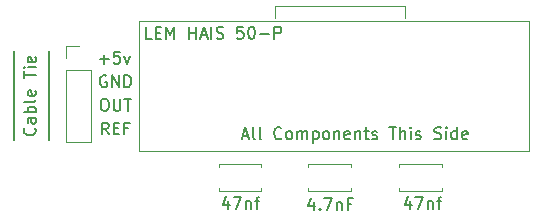
<source format=gto>
G04 #@! TF.GenerationSoftware,KiCad,Pcbnew,(6.0.0)*
G04 #@! TF.CreationDate,2022-01-04T09:55:11+00:00*
G04 #@! TF.ProjectId,LEM_Breakout_Board,4c454d5f-4272-4656-916b-6f75745f426f,rev?*
G04 #@! TF.SameCoordinates,Original*
G04 #@! TF.FileFunction,Legend,Top*
G04 #@! TF.FilePolarity,Positive*
%FSLAX46Y46*%
G04 Gerber Fmt 4.6, Leading zero omitted, Abs format (unit mm)*
G04 Created by KiCad (PCBNEW (6.0.0)) date 2022-01-04 09:55:11*
%MOMM*%
%LPD*%
G01*
G04 APERTURE LIST*
%ADD10C,0.150000*%
%ADD11C,0.200000*%
%ADD12C,0.120000*%
G04 APERTURE END LIST*
D10*
X111900000Y-102620000D02*
X111900000Y-95120000D01*
X108900000Y-102620000D02*
X108900000Y-95120000D01*
X116500000Y-99172380D02*
X116690476Y-99172380D01*
X116785714Y-99220000D01*
X116880952Y-99315238D01*
X116928571Y-99505714D01*
X116928571Y-99839047D01*
X116880952Y-100029523D01*
X116785714Y-100124761D01*
X116690476Y-100172380D01*
X116500000Y-100172380D01*
X116404761Y-100124761D01*
X116309523Y-100029523D01*
X116261904Y-99839047D01*
X116261904Y-99505714D01*
X116309523Y-99315238D01*
X116404761Y-99220000D01*
X116500000Y-99172380D01*
X117357142Y-99172380D02*
X117357142Y-99981904D01*
X117404761Y-100077142D01*
X117452380Y-100124761D01*
X117547619Y-100172380D01*
X117738095Y-100172380D01*
X117833333Y-100124761D01*
X117880952Y-100077142D01*
X117928571Y-99981904D01*
X117928571Y-99172380D01*
X118261904Y-99172380D02*
X118833333Y-99172380D01*
X118547619Y-100172380D02*
X118547619Y-99172380D01*
X116161904Y-95791428D02*
X116923809Y-95791428D01*
X116542857Y-96172380D02*
X116542857Y-95410476D01*
X117876190Y-95172380D02*
X117400000Y-95172380D01*
X117352380Y-95648571D01*
X117400000Y-95600952D01*
X117495238Y-95553333D01*
X117733333Y-95553333D01*
X117828571Y-95600952D01*
X117876190Y-95648571D01*
X117923809Y-95743809D01*
X117923809Y-95981904D01*
X117876190Y-96077142D01*
X117828571Y-96124761D01*
X117733333Y-96172380D01*
X117495238Y-96172380D01*
X117400000Y-96124761D01*
X117352380Y-96077142D01*
X118257142Y-95505714D02*
X118495238Y-96172380D01*
X118733333Y-95505714D01*
X116738095Y-97220000D02*
X116642857Y-97172380D01*
X116500000Y-97172380D01*
X116357142Y-97220000D01*
X116261904Y-97315238D01*
X116214285Y-97410476D01*
X116166666Y-97600952D01*
X116166666Y-97743809D01*
X116214285Y-97934285D01*
X116261904Y-98029523D01*
X116357142Y-98124761D01*
X116500000Y-98172380D01*
X116595238Y-98172380D01*
X116738095Y-98124761D01*
X116785714Y-98077142D01*
X116785714Y-97743809D01*
X116595238Y-97743809D01*
X117214285Y-98172380D02*
X117214285Y-97172380D01*
X117785714Y-98172380D01*
X117785714Y-97172380D01*
X118261904Y-98172380D02*
X118261904Y-97172380D01*
X118500000Y-97172380D01*
X118642857Y-97220000D01*
X118738095Y-97315238D01*
X118785714Y-97410476D01*
X118833333Y-97600952D01*
X118833333Y-97743809D01*
X118785714Y-97934285D01*
X118738095Y-98029523D01*
X118642857Y-98124761D01*
X118500000Y-98172380D01*
X118261904Y-98172380D01*
X116928571Y-102172380D02*
X116595238Y-101696190D01*
X116357142Y-102172380D02*
X116357142Y-101172380D01*
X116738095Y-101172380D01*
X116833333Y-101220000D01*
X116880952Y-101267619D01*
X116928571Y-101362857D01*
X116928571Y-101505714D01*
X116880952Y-101600952D01*
X116833333Y-101648571D01*
X116738095Y-101696190D01*
X116357142Y-101696190D01*
X117357142Y-101648571D02*
X117690476Y-101648571D01*
X117833333Y-102172380D02*
X117357142Y-102172380D01*
X117357142Y-101172380D01*
X117833333Y-101172380D01*
X118595238Y-101648571D02*
X118261904Y-101648571D01*
X118261904Y-102172380D02*
X118261904Y-101172380D01*
X118738095Y-101172380D01*
X128276190Y-102286666D02*
X128752380Y-102286666D01*
X128180952Y-102572380D02*
X128514285Y-101572380D01*
X128847619Y-102572380D01*
X129323809Y-102572380D02*
X129228571Y-102524761D01*
X129180952Y-102429523D01*
X129180952Y-101572380D01*
X129847619Y-102572380D02*
X129752380Y-102524761D01*
X129704761Y-102429523D01*
X129704761Y-101572380D01*
X131561904Y-102477142D02*
X131514285Y-102524761D01*
X131371428Y-102572380D01*
X131276190Y-102572380D01*
X131133333Y-102524761D01*
X131038095Y-102429523D01*
X130990476Y-102334285D01*
X130942857Y-102143809D01*
X130942857Y-102000952D01*
X130990476Y-101810476D01*
X131038095Y-101715238D01*
X131133333Y-101620000D01*
X131276190Y-101572380D01*
X131371428Y-101572380D01*
X131514285Y-101620000D01*
X131561904Y-101667619D01*
X132133333Y-102572380D02*
X132038095Y-102524761D01*
X131990476Y-102477142D01*
X131942857Y-102381904D01*
X131942857Y-102096190D01*
X131990476Y-102000952D01*
X132038095Y-101953333D01*
X132133333Y-101905714D01*
X132276190Y-101905714D01*
X132371428Y-101953333D01*
X132419047Y-102000952D01*
X132466666Y-102096190D01*
X132466666Y-102381904D01*
X132419047Y-102477142D01*
X132371428Y-102524761D01*
X132276190Y-102572380D01*
X132133333Y-102572380D01*
X132895238Y-102572380D02*
X132895238Y-101905714D01*
X132895238Y-102000952D02*
X132942857Y-101953333D01*
X133038095Y-101905714D01*
X133180952Y-101905714D01*
X133276190Y-101953333D01*
X133323809Y-102048571D01*
X133323809Y-102572380D01*
X133323809Y-102048571D02*
X133371428Y-101953333D01*
X133466666Y-101905714D01*
X133609523Y-101905714D01*
X133704761Y-101953333D01*
X133752380Y-102048571D01*
X133752380Y-102572380D01*
X134228571Y-101905714D02*
X134228571Y-102905714D01*
X134228571Y-101953333D02*
X134323809Y-101905714D01*
X134514285Y-101905714D01*
X134609523Y-101953333D01*
X134657142Y-102000952D01*
X134704761Y-102096190D01*
X134704761Y-102381904D01*
X134657142Y-102477142D01*
X134609523Y-102524761D01*
X134514285Y-102572380D01*
X134323809Y-102572380D01*
X134228571Y-102524761D01*
X135276190Y-102572380D02*
X135180952Y-102524761D01*
X135133333Y-102477142D01*
X135085714Y-102381904D01*
X135085714Y-102096190D01*
X135133333Y-102000952D01*
X135180952Y-101953333D01*
X135276190Y-101905714D01*
X135419047Y-101905714D01*
X135514285Y-101953333D01*
X135561904Y-102000952D01*
X135609523Y-102096190D01*
X135609523Y-102381904D01*
X135561904Y-102477142D01*
X135514285Y-102524761D01*
X135419047Y-102572380D01*
X135276190Y-102572380D01*
X136038095Y-101905714D02*
X136038095Y-102572380D01*
X136038095Y-102000952D02*
X136085714Y-101953333D01*
X136180952Y-101905714D01*
X136323809Y-101905714D01*
X136419047Y-101953333D01*
X136466666Y-102048571D01*
X136466666Y-102572380D01*
X137323809Y-102524761D02*
X137228571Y-102572380D01*
X137038095Y-102572380D01*
X136942857Y-102524761D01*
X136895238Y-102429523D01*
X136895238Y-102048571D01*
X136942857Y-101953333D01*
X137038095Y-101905714D01*
X137228571Y-101905714D01*
X137323809Y-101953333D01*
X137371428Y-102048571D01*
X137371428Y-102143809D01*
X136895238Y-102239047D01*
X137800000Y-101905714D02*
X137800000Y-102572380D01*
X137800000Y-102000952D02*
X137847619Y-101953333D01*
X137942857Y-101905714D01*
X138085714Y-101905714D01*
X138180952Y-101953333D01*
X138228571Y-102048571D01*
X138228571Y-102572380D01*
X138561904Y-101905714D02*
X138942857Y-101905714D01*
X138704761Y-101572380D02*
X138704761Y-102429523D01*
X138752380Y-102524761D01*
X138847619Y-102572380D01*
X138942857Y-102572380D01*
X139228571Y-102524761D02*
X139323809Y-102572380D01*
X139514285Y-102572380D01*
X139609523Y-102524761D01*
X139657142Y-102429523D01*
X139657142Y-102381904D01*
X139609523Y-102286666D01*
X139514285Y-102239047D01*
X139371428Y-102239047D01*
X139276190Y-102191428D01*
X139228571Y-102096190D01*
X139228571Y-102048571D01*
X139276190Y-101953333D01*
X139371428Y-101905714D01*
X139514285Y-101905714D01*
X139609523Y-101953333D01*
X140704761Y-101572380D02*
X141276190Y-101572380D01*
X140990476Y-102572380D02*
X140990476Y-101572380D01*
X141609523Y-102572380D02*
X141609523Y-101572380D01*
X142038095Y-102572380D02*
X142038095Y-102048571D01*
X141990476Y-101953333D01*
X141895238Y-101905714D01*
X141752380Y-101905714D01*
X141657142Y-101953333D01*
X141609523Y-102000952D01*
X142514285Y-102572380D02*
X142514285Y-101905714D01*
X142514285Y-101572380D02*
X142466666Y-101620000D01*
X142514285Y-101667619D01*
X142561904Y-101620000D01*
X142514285Y-101572380D01*
X142514285Y-101667619D01*
X142942857Y-102524761D02*
X143038095Y-102572380D01*
X143228571Y-102572380D01*
X143323809Y-102524761D01*
X143371428Y-102429523D01*
X143371428Y-102381904D01*
X143323809Y-102286666D01*
X143228571Y-102239047D01*
X143085714Y-102239047D01*
X142990476Y-102191428D01*
X142942857Y-102096190D01*
X142942857Y-102048571D01*
X142990476Y-101953333D01*
X143085714Y-101905714D01*
X143228571Y-101905714D01*
X143323809Y-101953333D01*
X144514285Y-102524761D02*
X144657142Y-102572380D01*
X144895238Y-102572380D01*
X144990476Y-102524761D01*
X145038095Y-102477142D01*
X145085714Y-102381904D01*
X145085714Y-102286666D01*
X145038095Y-102191428D01*
X144990476Y-102143809D01*
X144895238Y-102096190D01*
X144704761Y-102048571D01*
X144609523Y-102000952D01*
X144561904Y-101953333D01*
X144514285Y-101858095D01*
X144514285Y-101762857D01*
X144561904Y-101667619D01*
X144609523Y-101620000D01*
X144704761Y-101572380D01*
X144942857Y-101572380D01*
X145085714Y-101620000D01*
X145514285Y-102572380D02*
X145514285Y-101905714D01*
X145514285Y-101572380D02*
X145466666Y-101620000D01*
X145514285Y-101667619D01*
X145561904Y-101620000D01*
X145514285Y-101572380D01*
X145514285Y-101667619D01*
X146419047Y-102572380D02*
X146419047Y-101572380D01*
X146419047Y-102524761D02*
X146323809Y-102572380D01*
X146133333Y-102572380D01*
X146038095Y-102524761D01*
X145990476Y-102477142D01*
X145942857Y-102381904D01*
X145942857Y-102096190D01*
X145990476Y-102000952D01*
X146038095Y-101953333D01*
X146133333Y-101905714D01*
X146323809Y-101905714D01*
X146419047Y-101953333D01*
X147276190Y-102524761D02*
X147180952Y-102572380D01*
X146990476Y-102572380D01*
X146895238Y-102524761D01*
X146847619Y-102429523D01*
X146847619Y-102048571D01*
X146895238Y-101953333D01*
X146990476Y-101905714D01*
X147180952Y-101905714D01*
X147276190Y-101953333D01*
X147323809Y-102048571D01*
X147323809Y-102143809D01*
X146847619Y-102239047D01*
D11*
X110657142Y-101634285D02*
X110704761Y-101681904D01*
X110752380Y-101824761D01*
X110752380Y-101920000D01*
X110704761Y-102062857D01*
X110609523Y-102158095D01*
X110514285Y-102205714D01*
X110323809Y-102253333D01*
X110180952Y-102253333D01*
X109990476Y-102205714D01*
X109895238Y-102158095D01*
X109800000Y-102062857D01*
X109752380Y-101920000D01*
X109752380Y-101824761D01*
X109800000Y-101681904D01*
X109847619Y-101634285D01*
X110752380Y-100777142D02*
X110228571Y-100777142D01*
X110133333Y-100824761D01*
X110085714Y-100920000D01*
X110085714Y-101110476D01*
X110133333Y-101205714D01*
X110704761Y-100777142D02*
X110752380Y-100872380D01*
X110752380Y-101110476D01*
X110704761Y-101205714D01*
X110609523Y-101253333D01*
X110514285Y-101253333D01*
X110419047Y-101205714D01*
X110371428Y-101110476D01*
X110371428Y-100872380D01*
X110323809Y-100777142D01*
X110752380Y-100300952D02*
X109752380Y-100300952D01*
X110133333Y-100300952D02*
X110085714Y-100205714D01*
X110085714Y-100015238D01*
X110133333Y-99920000D01*
X110180952Y-99872380D01*
X110276190Y-99824761D01*
X110561904Y-99824761D01*
X110657142Y-99872380D01*
X110704761Y-99920000D01*
X110752380Y-100015238D01*
X110752380Y-100205714D01*
X110704761Y-100300952D01*
X110752380Y-99253333D02*
X110704761Y-99348571D01*
X110609523Y-99396190D01*
X109752380Y-99396190D01*
X110704761Y-98491428D02*
X110752380Y-98586666D01*
X110752380Y-98777142D01*
X110704761Y-98872380D01*
X110609523Y-98920000D01*
X110228571Y-98920000D01*
X110133333Y-98872380D01*
X110085714Y-98777142D01*
X110085714Y-98586666D01*
X110133333Y-98491428D01*
X110228571Y-98443809D01*
X110323809Y-98443809D01*
X110419047Y-98920000D01*
X109752380Y-97396190D02*
X109752380Y-96824761D01*
X110752380Y-97110476D02*
X109752380Y-97110476D01*
X110752380Y-96491428D02*
X110085714Y-96491428D01*
X109752380Y-96491428D02*
X109800000Y-96539047D01*
X109847619Y-96491428D01*
X109800000Y-96443809D01*
X109752380Y-96491428D01*
X109847619Y-96491428D01*
X110704761Y-95634285D02*
X110752380Y-95729523D01*
X110752380Y-95920000D01*
X110704761Y-96015238D01*
X110609523Y-96062857D01*
X110228571Y-96062857D01*
X110133333Y-96015238D01*
X110085714Y-95920000D01*
X110085714Y-95729523D01*
X110133333Y-95634285D01*
X110228571Y-95586666D01*
X110323809Y-95586666D01*
X110419047Y-96062857D01*
D10*
X120585714Y-94072380D02*
X120109523Y-94072380D01*
X120109523Y-93072380D01*
X120919047Y-93548571D02*
X121252380Y-93548571D01*
X121395238Y-94072380D02*
X120919047Y-94072380D01*
X120919047Y-93072380D01*
X121395238Y-93072380D01*
X121823809Y-94072380D02*
X121823809Y-93072380D01*
X122157142Y-93786666D01*
X122490476Y-93072380D01*
X122490476Y-94072380D01*
X123728571Y-94072380D02*
X123728571Y-93072380D01*
X123728571Y-93548571D02*
X124300000Y-93548571D01*
X124300000Y-94072380D02*
X124300000Y-93072380D01*
X124728571Y-93786666D02*
X125204761Y-93786666D01*
X124633333Y-94072380D02*
X124966666Y-93072380D01*
X125300000Y-94072380D01*
X125633333Y-94072380D02*
X125633333Y-93072380D01*
X126061904Y-94024761D02*
X126204761Y-94072380D01*
X126442857Y-94072380D01*
X126538095Y-94024761D01*
X126585714Y-93977142D01*
X126633333Y-93881904D01*
X126633333Y-93786666D01*
X126585714Y-93691428D01*
X126538095Y-93643809D01*
X126442857Y-93596190D01*
X126252380Y-93548571D01*
X126157142Y-93500952D01*
X126109523Y-93453333D01*
X126061904Y-93358095D01*
X126061904Y-93262857D01*
X126109523Y-93167619D01*
X126157142Y-93120000D01*
X126252380Y-93072380D01*
X126490476Y-93072380D01*
X126633333Y-93120000D01*
X128300000Y-93072380D02*
X127823809Y-93072380D01*
X127776190Y-93548571D01*
X127823809Y-93500952D01*
X127919047Y-93453333D01*
X128157142Y-93453333D01*
X128252380Y-93500952D01*
X128300000Y-93548571D01*
X128347619Y-93643809D01*
X128347619Y-93881904D01*
X128300000Y-93977142D01*
X128252380Y-94024761D01*
X128157142Y-94072380D01*
X127919047Y-94072380D01*
X127823809Y-94024761D01*
X127776190Y-93977142D01*
X128966666Y-93072380D02*
X129061904Y-93072380D01*
X129157142Y-93120000D01*
X129204761Y-93167619D01*
X129252380Y-93262857D01*
X129300000Y-93453333D01*
X129300000Y-93691428D01*
X129252380Y-93881904D01*
X129204761Y-93977142D01*
X129157142Y-94024761D01*
X129061904Y-94072380D01*
X128966666Y-94072380D01*
X128871428Y-94024761D01*
X128823809Y-93977142D01*
X128776190Y-93881904D01*
X128728571Y-93691428D01*
X128728571Y-93453333D01*
X128776190Y-93262857D01*
X128823809Y-93167619D01*
X128871428Y-93120000D01*
X128966666Y-93072380D01*
X129728571Y-93691428D02*
X130490476Y-93691428D01*
X130966666Y-94072380D02*
X130966666Y-93072380D01*
X131347619Y-93072380D01*
X131442857Y-93120000D01*
X131490476Y-93167619D01*
X131538095Y-93262857D01*
X131538095Y-93405714D01*
X131490476Y-93500952D01*
X131442857Y-93548571D01*
X131347619Y-93596190D01*
X130966666Y-93596190D01*
G04 #@! TO.C,C2*
X134295238Y-107905714D02*
X134295238Y-108572380D01*
X134057142Y-107524761D02*
X133819047Y-108239047D01*
X134438095Y-108239047D01*
X134819047Y-108477142D02*
X134866666Y-108524761D01*
X134819047Y-108572380D01*
X134771428Y-108524761D01*
X134819047Y-108477142D01*
X134819047Y-108572380D01*
X135200000Y-107572380D02*
X135866666Y-107572380D01*
X135438095Y-108572380D01*
X136247619Y-107905714D02*
X136247619Y-108572380D01*
X136247619Y-108000952D02*
X136295238Y-107953333D01*
X136390476Y-107905714D01*
X136533333Y-107905714D01*
X136628571Y-107953333D01*
X136676190Y-108048571D01*
X136676190Y-108572380D01*
X137485714Y-108048571D02*
X137152380Y-108048571D01*
X137152380Y-108572380D02*
X137152380Y-107572380D01*
X137628571Y-107572380D01*
G04 #@! TO.C,C3*
X127076190Y-107805714D02*
X127076190Y-108472380D01*
X126838095Y-107424761D02*
X126600000Y-108139047D01*
X127219047Y-108139047D01*
X127504761Y-107472380D02*
X128171428Y-107472380D01*
X127742857Y-108472380D01*
X128552380Y-107805714D02*
X128552380Y-108472380D01*
X128552380Y-107900952D02*
X128600000Y-107853333D01*
X128695238Y-107805714D01*
X128838095Y-107805714D01*
X128933333Y-107853333D01*
X128980952Y-107948571D01*
X128980952Y-108472380D01*
X129314285Y-107805714D02*
X129695238Y-107805714D01*
X129457142Y-108472380D02*
X129457142Y-107615238D01*
X129504761Y-107520000D01*
X129600000Y-107472380D01*
X129695238Y-107472380D01*
G04 #@! TO.C,C1*
X142476190Y-107805714D02*
X142476190Y-108472380D01*
X142238095Y-107424761D02*
X142000000Y-108139047D01*
X142619047Y-108139047D01*
X142904761Y-107472380D02*
X143571428Y-107472380D01*
X143142857Y-108472380D01*
X143952380Y-107805714D02*
X143952380Y-108472380D01*
X143952380Y-107900952D02*
X144000000Y-107853333D01*
X144095238Y-107805714D01*
X144238095Y-107805714D01*
X144333333Y-107853333D01*
X144380952Y-107948571D01*
X144380952Y-108472380D01*
X144714285Y-107805714D02*
X145095238Y-107805714D01*
X144857142Y-108472380D02*
X144857142Y-107615238D01*
X144904761Y-107520000D01*
X145000000Y-107472380D01*
X145095238Y-107472380D01*
D12*
G04 #@! TO.C,C2*
X137470000Y-106990000D02*
X133830000Y-106990000D01*
X137470000Y-106990000D02*
X137470000Y-106745000D01*
X137470000Y-104895000D02*
X137470000Y-104650000D01*
X133830000Y-104895000D02*
X133830000Y-104650000D01*
X133830000Y-106990000D02*
X133830000Y-106745000D01*
X137470000Y-104650000D02*
X133830000Y-104650000D01*
G04 #@! TO.C,C3*
X126230000Y-106990000D02*
X129870000Y-106990000D01*
X126230000Y-106745000D02*
X126230000Y-106990000D01*
X129870000Y-106745000D02*
X129870000Y-106990000D01*
X126230000Y-104650000D02*
X126230000Y-104895000D01*
X129870000Y-104650000D02*
X129870000Y-104895000D01*
X126230000Y-104650000D02*
X129870000Y-104650000D01*
G04 #@! TO.C,C1*
X145170000Y-104895000D02*
X145170000Y-104650000D01*
X145170000Y-104650000D02*
X141530000Y-104650000D01*
X141530000Y-104895000D02*
X141530000Y-104650000D01*
X145170000Y-106990000D02*
X141530000Y-106990000D01*
X141530000Y-106990000D02*
X141530000Y-106745000D01*
X145170000Y-106990000D02*
X145170000Y-106745000D01*
G04 #@! TO.C,J2*
X113340000Y-96720000D02*
X113340000Y-102780000D01*
X113340000Y-102780000D02*
X115460000Y-102780000D01*
X115460000Y-96720000D02*
X115460000Y-102780000D01*
X113340000Y-96720000D02*
X115460000Y-96720000D01*
X113340000Y-95720000D02*
X113340000Y-94660000D01*
X113340000Y-94660000D02*
X114400000Y-94660000D01*
G04 #@! TO.C,J1*
X152539999Y-103580001D02*
X152539999Y-92580001D01*
X142039999Y-92280001D02*
X142039999Y-91280001D01*
X131039999Y-91280001D02*
X131039999Y-92280001D01*
X152539999Y-92580001D02*
X119539999Y-92580001D01*
X119539999Y-103580001D02*
X152539999Y-103580001D01*
X119539999Y-92580001D02*
X119539999Y-103580001D01*
X142039999Y-91280001D02*
X131039999Y-91280001D01*
G04 #@! TD*
M02*

</source>
